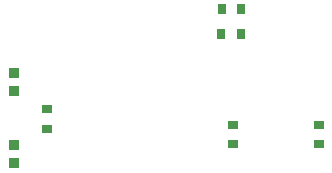
<source format=gbr>
G04 #@! TF.GenerationSoftware,KiCad,Pcbnew,(5.1.10-1-10_14)*
G04 #@! TF.CreationDate,2021-10-04T15:41:53-04:00*
G04 #@! TF.ProjectId,N64D2VGA,4e363444-3256-4474-912e-6b696361645f,1*
G04 #@! TF.SameCoordinates,Original*
G04 #@! TF.FileFunction,Paste,Bot*
G04 #@! TF.FilePolarity,Positive*
%FSLAX46Y46*%
G04 Gerber Fmt 4.6, Leading zero omitted, Abs format (unit mm)*
G04 Created by KiCad (PCBNEW (5.1.10-1-10_14)) date 2021-10-04 15:41:53*
%MOMM*%
%LPD*%
G01*
G04 APERTURE LIST*
%ADD10R,0.790000X0.930000*%
%ADD11R,0.930000X0.790000*%
%ADD12R,0.970000X0.920000*%
G04 APERTURE END LIST*
D10*
X149460000Y-96010000D03*
X147820000Y-96010000D03*
D11*
X133070000Y-104020000D03*
X133070000Y-102380000D03*
X148820000Y-105350000D03*
X148820000Y-103710000D03*
X156120000Y-105350000D03*
X156120000Y-103710000D03*
D10*
X147880000Y-93920000D03*
X149520000Y-93920000D03*
D12*
X130260000Y-105405000D03*
X130260000Y-106955000D03*
X130250000Y-99305000D03*
X130250000Y-100855000D03*
M02*

</source>
